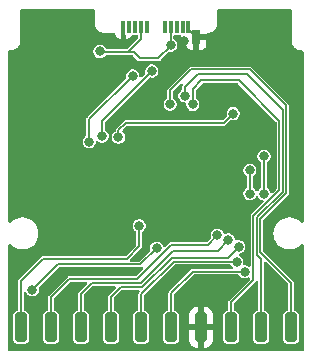
<source format=gbr>
%TF.GenerationSoftware,KiCad,Pcbnew,9.0.4*%
%TF.CreationDate,2025-09-09T09:39:30+02:00*%
%TF.ProjectId,rp2350_gpio_card,72703233-3530-45f6-9770-696f5f636172,X1*%
%TF.SameCoordinates,Original*%
%TF.FileFunction,Copper,L4,Bot*%
%TF.FilePolarity,Positive*%
%FSLAX46Y46*%
G04 Gerber Fmt 4.6, Leading zero omitted, Abs format (unit mm)*
G04 Created by KiCad (PCBNEW 9.0.4) date 2025-09-09 09:39:30*
%MOMM*%
%LPD*%
G01*
G04 APERTURE LIST*
G04 Aperture macros list*
%AMRoundRect*
0 Rectangle with rounded corners*
0 $1 Rounding radius*
0 $2 $3 $4 $5 $6 $7 $8 $9 X,Y pos of 4 corners*
0 Add a 4 corners polygon primitive as box body*
4,1,4,$2,$3,$4,$5,$6,$7,$8,$9,$2,$3,0*
0 Add four circle primitives for the rounded corners*
1,1,$1+$1,$2,$3*
1,1,$1+$1,$4,$5*
1,1,$1+$1,$6,$7*
1,1,$1+$1,$8,$9*
0 Add four rect primitives between the rounded corners*
20,1,$1+$1,$2,$3,$4,$5,0*
20,1,$1+$1,$4,$5,$6,$7,0*
20,1,$1+$1,$6,$7,$8,$9,0*
20,1,$1+$1,$8,$9,$2,$3,0*%
G04 Aperture macros list end*
%TA.AperFunction,SMDPad,CuDef*%
%ADD10R,0.380000X1.000000*%
%TD*%
%TA.AperFunction,SMDPad,CuDef*%
%ADD11R,0.700000X1.150000*%
%TD*%
%TA.AperFunction,ComponentPad*%
%ADD12C,0.600000*%
%TD*%
%TA.AperFunction,SMDPad,CuDef*%
%ADD13RoundRect,0.250000X-0.250000X1.000000X-0.250000X-1.000000X0.250000X-1.000000X0.250000X1.000000X0*%
%TD*%
%TA.AperFunction,ViaPad*%
%ADD14C,0.800000*%
%TD*%
%TA.AperFunction,ViaPad*%
%ADD15C,0.600000*%
%TD*%
%TA.AperFunction,Conductor*%
%ADD16C,0.152400*%
%TD*%
%TA.AperFunction,Conductor*%
%ADD17C,0.200000*%
%TD*%
G04 APERTURE END LIST*
D10*
%TO.P,P1,B1,GND*%
%TO.N,GND*%
X106305183Y-54186434D03*
%TO.P,P1,B2*%
%TO.N,N/C*%
X105805183Y-54186434D03*
%TO.P,P1,B3*%
X105305183Y-54186434D03*
%TO.P,P1,B4,VBUS*%
%TO.N,VBUS*%
X104805183Y-54186434D03*
%TO.P,P1,B5,VCONN*%
%TO.N,unconnected-(P1-VCONN-PadB5)*%
X104305183Y-54186434D03*
%TO.P,P1,B8*%
%TO.N,N/C*%
X102805183Y-54186434D03*
%TO.P,P1,B9,VBUS*%
%TO.N,VBUS*%
X102305183Y-54186434D03*
%TO.P,P1,B10*%
%TO.N,N/C*%
X101805183Y-54186434D03*
%TO.P,P1,B11*%
X101305183Y-54186434D03*
%TO.P,P1,B12,GND*%
%TO.N,GND*%
X100805183Y-54186434D03*
D11*
%TO.P,P1,S1,SHIELD*%
X106975183Y-55026434D03*
%TD*%
D12*
%TO.P,U1,61,GND*%
%TO.N,GND*%
X105380183Y-68171434D03*
X106755183Y-68171434D03*
X108130183Y-68171434D03*
X105380183Y-66796434D03*
X106755183Y-66796434D03*
X108130183Y-66796434D03*
X105380183Y-65421434D03*
X106755183Y-65421434D03*
X108130183Y-65421434D03*
%TD*%
D13*
%TO.P,J1,1,Pin_1*%
%TO.N,/QSPI_SS*%
X92125183Y-79600000D03*
%TO.P,J1,2,Pin_2*%
%TO.N,/GPIO9*%
X94665183Y-79600000D03*
%TO.P,J1,3,Pin_3*%
%TO.N,/GPIO10*%
X97205183Y-79600000D03*
%TO.P,J1,4,Pin_4*%
%TO.N,/GPIO11*%
X99745183Y-79600000D03*
%TO.P,J1,5,Pin_5*%
%TO.N,/GPIO12*%
X102285183Y-79600000D03*
%TO.P,J1,6,Pin_6*%
%TO.N,/GPIO13*%
X104825183Y-79600000D03*
%TO.P,J1,7,Pin_7*%
%TO.N,GND*%
X107365183Y-79600000D03*
%TO.P,J1,8,Pin_8*%
%TO.N,/GPIO27_ADC1*%
X109905183Y-79600000D03*
%TO.P,J1,9,Pin_9*%
%TO.N,/GPIO28_ADC2*%
X112445183Y-79600000D03*
%TO.P,J1,10,Pin_10*%
%TO.N,/GPIO29_ADC3*%
X114985183Y-79600000D03*
%TD*%
D14*
%TO.N,+1V1*%
X110100000Y-61500000D03*
X100382403Y-63516978D03*
%TO.N,VBUS*%
X104800000Y-55700000D03*
X98800000Y-56246434D03*
%TO.N,+3.3V*%
X112700000Y-68272634D03*
X112700000Y-65100000D03*
%TO.N,/GPIO27_ADC1*%
X106685028Y-60729793D03*
%TO.N,/GPIO29_ADC3*%
X104755183Y-60700000D03*
%TO.N,/GPIO11*%
X110555183Y-72771434D03*
%TO.N,/QSPI_SS*%
X102130183Y-70996434D03*
%TO.N,/RUN*%
X111500000Y-66300000D03*
X111500000Y-68272634D03*
%TO.N,/GPIO10*%
X109680183Y-72196434D03*
%TO.N,/GPIO9*%
X108755502Y-71815683D03*
%TO.N,/GPIO28_ADC2*%
X106005183Y-59996434D03*
%TO.N,/GPIO0*%
X103601588Y-72897192D03*
X93100000Y-76400000D03*
%TO.N,/USB_D+*%
X101600000Y-58300000D03*
X97900000Y-63900000D03*
%TO.N,/USB_D-*%
X103200000Y-57900000D03*
X99000000Y-63400000D03*
%TO.N,/GPIO13*%
X111055183Y-74896434D03*
%TO.N,/GPIO12*%
X110405183Y-74046434D03*
%TO.N,GND*%
X97900000Y-55050000D03*
X105400000Y-57700000D03*
X113180183Y-57596434D03*
X98005183Y-69996434D03*
X103000000Y-60800000D03*
X113800000Y-76100000D03*
X93920000Y-63620000D03*
D15*
X115300000Y-67200000D03*
D14*
X105900000Y-55400000D03*
X92200000Y-68400000D03*
X97630183Y-57546434D03*
X100835997Y-61643989D03*
%TD*%
D16*
%TO.N,+1V1*%
X101000000Y-62300000D02*
X100382403Y-62917597D01*
X110100000Y-61500000D02*
X109300000Y-62300000D01*
X100382403Y-62917597D02*
X100382403Y-63516978D01*
X100382403Y-63516978D02*
X100316978Y-63516978D01*
X109300000Y-62300000D02*
X101000000Y-62300000D01*
D17*
%TO.N,VBUS*%
X102200000Y-56800000D02*
X101700000Y-56300000D01*
X102300000Y-55189634D02*
X102305183Y-55194817D01*
X103742294Y-56800000D02*
X102200000Y-56800000D01*
D16*
X104805183Y-54186434D02*
X104805183Y-55694817D01*
X102305183Y-54186434D02*
X102305183Y-54994817D01*
X104800000Y-55700000D02*
X104800000Y-55742294D01*
X104805183Y-55694817D02*
X104800000Y-55700000D01*
D17*
X98853566Y-56300000D02*
X98800000Y-56246434D01*
D16*
X102305183Y-54994817D02*
X102300000Y-55000000D01*
D17*
X101700000Y-56300000D02*
X98853566Y-56300000D01*
X102305183Y-55194817D02*
X101200000Y-56300000D01*
X102300000Y-55000000D02*
X102300000Y-55189634D01*
X104800000Y-55742294D02*
X103742294Y-56800000D01*
D16*
%TO.N,+3.3V*%
X112700000Y-68272634D02*
X112700000Y-65100000D01*
%TO.N,/GPIO27_ADC1*%
X106682383Y-60726940D02*
X106685028Y-60729585D01*
X106685028Y-60729585D02*
X106685028Y-60729793D01*
X107405183Y-58696434D02*
X106682383Y-59419234D01*
X109905183Y-77471434D02*
X111800000Y-75576617D01*
X111800000Y-75576617D02*
X111800000Y-70200000D01*
X109905183Y-80196434D02*
X109905183Y-77471434D01*
X113994383Y-62135634D02*
X110555183Y-58696434D01*
X113994383Y-68005617D02*
X113994383Y-62135634D01*
X111800000Y-70200000D02*
X113994383Y-68005617D01*
X110555183Y-58696434D02*
X107405183Y-58696434D01*
X106682383Y-59419234D02*
X106682383Y-60726940D01*
%TO.N,/GPIO29_ADC3*%
X111505183Y-57746434D02*
X114555183Y-60796434D01*
X112400000Y-70411288D02*
X112400000Y-73241251D01*
X104755183Y-59546434D02*
X106555183Y-57746434D01*
X112400000Y-73241251D02*
X114985183Y-75826434D01*
X106555183Y-57746434D02*
X111505183Y-57746434D01*
X114985183Y-75826434D02*
X114985183Y-80196434D01*
X114555183Y-60796434D02*
X114555183Y-68256105D01*
X104755183Y-60700000D02*
X104755183Y-59546434D01*
X114555183Y-68256105D02*
X112400000Y-70411288D01*
%TO.N,/GPIO11*%
X104906966Y-73693034D02*
X102403566Y-76196434D01*
X99745183Y-77006434D02*
X99745183Y-80196434D01*
X102403566Y-76196434D02*
X100555183Y-76196434D01*
X100555183Y-76196434D02*
X99745183Y-77006434D01*
X109633583Y-73693034D02*
X104906966Y-73693034D01*
X110555183Y-72771434D02*
X109633583Y-73693034D01*
%TO.N,/QSPI_SS*%
X93993911Y-73800000D02*
X92125183Y-75668728D01*
X101076617Y-73800000D02*
X93993911Y-73800000D01*
X92125183Y-75668728D02*
X92125183Y-80196434D01*
X102130183Y-72746434D02*
X101076617Y-73800000D01*
X102130183Y-70996434D02*
X102130183Y-72746434D01*
%TO.N,/RUN*%
X111500000Y-66300000D02*
X111500000Y-68272634D01*
%TO.N,/GPIO10*%
X97205183Y-76746434D02*
X97205183Y-80196434D01*
X109680183Y-72196434D02*
X109680183Y-72205729D01*
X109680183Y-72205729D02*
X108789478Y-73096434D01*
X108789478Y-73096434D02*
X105028720Y-73096434D01*
X105028720Y-73096434D02*
X102282120Y-75843034D01*
X98108583Y-75843034D02*
X97205183Y-76746434D01*
X102282120Y-75843034D02*
X98108583Y-75843034D01*
%TO.N,/GPIO9*%
X101955289Y-75500000D02*
X96201617Y-75500000D01*
X94665183Y-77036434D02*
X94665183Y-80196434D01*
X104855289Y-72600000D02*
X101955289Y-75500000D01*
X108755502Y-71815683D02*
X107971185Y-72600000D01*
X107971185Y-72600000D02*
X104855289Y-72600000D01*
X96201617Y-75500000D02*
X94665183Y-77036434D01*
%TO.N,/GPIO28_ADC2*%
X107150113Y-58146434D02*
X111255183Y-58146434D01*
X112119600Y-73510851D02*
X112445183Y-73836434D01*
X111255183Y-58146434D02*
X114274783Y-61166034D01*
X106005183Y-59291364D02*
X107150113Y-58146434D01*
X112445183Y-73836434D02*
X112445183Y-80196434D01*
X112119600Y-70295143D02*
X112119600Y-73510851D01*
X114274783Y-68139959D02*
X112119600Y-70295143D01*
X114274783Y-61166034D02*
X114274783Y-68139959D01*
X106005183Y-59996434D02*
X106005183Y-59291364D01*
%TO.N,/GPIO0*%
X103601588Y-72897192D02*
X102221946Y-74276834D01*
X102221946Y-74276834D02*
X95223166Y-74276834D01*
X95223166Y-74276834D02*
X93100000Y-76400000D01*
D17*
%TO.N,/USB_D+*%
X101600000Y-58300000D02*
X97900000Y-62000000D01*
X97900000Y-62000000D02*
X97900000Y-63900000D01*
%TO.N,/USB_D-*%
X101000420Y-60099580D02*
X99000000Y-62100000D01*
X101008749Y-60099580D02*
X101000420Y-60099580D01*
X99000000Y-62100000D02*
X99000000Y-63400000D01*
X103200000Y-57900000D02*
X103200000Y-57908329D01*
X103200000Y-57908329D02*
X101008749Y-60099580D01*
D16*
%TO.N,/GPIO13*%
X104825183Y-76726434D02*
X104825183Y-80196434D01*
X106655183Y-74896434D02*
X104825183Y-76726434D01*
X111055183Y-74896434D02*
X106655183Y-74896434D01*
%TO.N,/GPIO12*%
X102285183Y-80196434D02*
X102285183Y-76816434D01*
X102285183Y-76816434D02*
X105055183Y-74046434D01*
X110405183Y-74046434D02*
X105055183Y-74046434D01*
%TO.N,GND*%
X106305183Y-54356434D02*
X106975183Y-55026434D01*
X106305183Y-54186434D02*
X106305183Y-54356434D01*
%TD*%
%TA.AperFunction,Conductor*%
%TO.N,GND*%
G36*
X98297722Y-52666619D02*
G01*
X98343477Y-52719423D01*
X98354683Y-52770934D01*
X98354683Y-53772451D01*
X98354674Y-53772589D01*
X98354676Y-53795111D01*
X98354660Y-53795165D01*
X98354675Y-53925328D01*
X98354675Y-53925329D01*
X98385450Y-54079969D01*
X98385450Y-54079971D01*
X98445796Y-54225632D01*
X98445797Y-54225634D01*
X98445799Y-54225638D01*
X98533405Y-54356735D01*
X98533407Y-54356737D01*
X98533408Y-54356738D01*
X98533410Y-54356741D01*
X98629169Y-54452493D01*
X98644901Y-54468224D01*
X98776003Y-54555822D01*
X98921674Y-54616164D01*
X99076317Y-54646930D01*
X99080000Y-54646930D01*
X99089279Y-54646930D01*
X99089291Y-54646934D01*
X99155154Y-54646934D01*
X99155157Y-54646934D01*
X99221047Y-54646938D01*
X99221051Y-54646936D01*
X99229099Y-54646937D01*
X99229162Y-54646934D01*
X99994411Y-54646934D01*
X100061450Y-54666619D01*
X100107205Y-54719423D01*
X100117700Y-54757678D01*
X100121584Y-54793806D01*
X100121586Y-54793813D01*
X100171828Y-54928520D01*
X100171832Y-54928527D01*
X100257992Y-55043621D01*
X100257995Y-55043624D01*
X100373089Y-55129784D01*
X100373096Y-55129788D01*
X100507803Y-55180030D01*
X100507810Y-55180032D01*
X100567338Y-55186433D01*
X100567355Y-55186434D01*
X100615183Y-55186434D01*
X100615183Y-54601472D01*
X100615732Y-54599600D01*
X100615240Y-54597714D01*
X100625536Y-54566211D01*
X100634868Y-54534433D01*
X100636532Y-54532569D01*
X100636947Y-54531302D01*
X100643044Y-54525280D01*
X100660858Y-54505341D01*
X100665411Y-54501630D01*
X100715427Y-54468217D01*
X100755076Y-54428574D01*
X100759958Y-54424597D01*
X100786579Y-54413401D01*
X100811933Y-54399560D01*
X100818394Y-54400022D01*
X100824364Y-54397512D01*
X100852811Y-54402486D01*
X100881624Y-54404549D01*
X100886809Y-54408431D01*
X100893190Y-54409547D01*
X100914433Y-54429113D01*
X100937555Y-54446424D01*
X100939818Y-54452493D01*
X100944582Y-54456881D01*
X100951874Y-54484823D01*
X100961968Y-54511890D01*
X100962283Y-54520727D01*
X100962283Y-54701488D01*
X100971155Y-54746091D01*
X100971155Y-54746093D01*
X100974283Y-54750773D01*
X100995163Y-54817449D01*
X100995183Y-54819666D01*
X100995183Y-55186434D01*
X101043011Y-55186434D01*
X101043027Y-55186433D01*
X101102555Y-55180032D01*
X101102562Y-55180030D01*
X101237269Y-55129788D01*
X101237276Y-55129784D01*
X101352370Y-55043624D01*
X101352373Y-55043621D01*
X101438533Y-54928527D01*
X101443785Y-54914446D01*
X101485655Y-54858511D01*
X101551118Y-54834091D01*
X101584164Y-54836158D01*
X101600126Y-54839334D01*
X101923100Y-54839333D01*
X101931786Y-54841883D01*
X101940747Y-54840595D01*
X101964783Y-54851572D01*
X101990139Y-54859017D01*
X101996067Y-54865859D01*
X102004303Y-54869620D01*
X102018589Y-54891851D01*
X102035894Y-54911821D01*
X102038181Y-54922336D01*
X102042077Y-54928398D01*
X102047100Y-54963333D01*
X102047100Y-55043884D01*
X102027415Y-55110923D01*
X102010781Y-55131565D01*
X101131565Y-56010781D01*
X101070242Y-56044266D01*
X101043884Y-56047100D01*
X99394940Y-56047100D01*
X99327901Y-56027415D01*
X99287553Y-55985100D01*
X99242432Y-55906948D01*
X99242428Y-55906943D01*
X99139490Y-55804005D01*
X99139485Y-55804001D01*
X99013413Y-55731214D01*
X99013412Y-55731213D01*
X99013411Y-55731213D01*
X98872791Y-55693534D01*
X98727209Y-55693534D01*
X98586589Y-55731213D01*
X98586587Y-55731214D01*
X98586586Y-55731214D01*
X98460514Y-55804001D01*
X98460509Y-55804005D01*
X98357571Y-55906943D01*
X98357567Y-55906948D01*
X98284780Y-56033020D01*
X98284780Y-56033021D01*
X98284779Y-56033023D01*
X98247100Y-56173643D01*
X98247100Y-56319225D01*
X98284779Y-56459845D01*
X98284780Y-56459846D01*
X98284780Y-56459847D01*
X98357567Y-56585919D01*
X98357569Y-56585922D01*
X98357570Y-56585923D01*
X98460511Y-56688864D01*
X98586589Y-56761655D01*
X98727209Y-56799334D01*
X98727211Y-56799334D01*
X98872788Y-56799334D01*
X98872791Y-56799334D01*
X99013411Y-56761655D01*
X99139489Y-56688864D01*
X99239134Y-56589219D01*
X99300457Y-56555734D01*
X99326815Y-56552900D01*
X101149693Y-56552900D01*
X101149695Y-56552901D01*
X101250305Y-56552901D01*
X101250307Y-56552900D01*
X101543884Y-56552900D01*
X101610923Y-56572585D01*
X101631565Y-56589219D01*
X101978527Y-56936181D01*
X101978540Y-56936196D01*
X101985601Y-56943257D01*
X102056743Y-57014399D01*
X102111193Y-57036952D01*
X102149695Y-57052901D01*
X102250305Y-57052901D01*
X102250307Y-57052900D01*
X103677547Y-57052900D01*
X103677555Y-57052901D01*
X103691989Y-57052901D01*
X103792599Y-57052901D01*
X103819823Y-57041623D01*
X103831101Y-57036952D01*
X103831103Y-57036950D01*
X103885551Y-57014399D01*
X103956693Y-56943257D01*
X103956693Y-56943254D01*
X103968608Y-56931340D01*
X103968611Y-56931335D01*
X104613366Y-56286580D01*
X104674687Y-56253097D01*
X104718847Y-56254154D01*
X104719152Y-56251839D01*
X104727208Y-56252899D01*
X104727209Y-56252900D01*
X104727210Y-56252900D01*
X104872788Y-56252900D01*
X104872791Y-56252900D01*
X105013411Y-56215221D01*
X105139489Y-56142430D01*
X105242430Y-56039489D01*
X105315221Y-55913411D01*
X105352900Y-55772791D01*
X105352900Y-55627209D01*
X105315221Y-55486589D01*
X105242430Y-55360511D01*
X105139489Y-55257570D01*
X105103896Y-55237020D01*
X105096281Y-55232623D01*
X105087998Y-55223936D01*
X105077080Y-55218950D01*
X105064333Y-55199115D01*
X105048067Y-55182055D01*
X105044851Y-55168801D01*
X105039306Y-55160172D01*
X105034283Y-55125237D01*
X105034283Y-54963333D01*
X105053968Y-54896294D01*
X105106772Y-54850539D01*
X105158279Y-54839333D01*
X105510239Y-54839333D01*
X105526205Y-54836157D01*
X105595794Y-54842383D01*
X105650972Y-54885245D01*
X105666577Y-54914439D01*
X105671831Y-54928525D01*
X105671831Y-54928526D01*
X105757992Y-55043621D01*
X105757995Y-55043624D01*
X105873089Y-55129784D01*
X105873096Y-55129788D01*
X106007803Y-55180030D01*
X106007802Y-55180030D01*
X106014438Y-55180744D01*
X106078989Y-55207482D01*
X106118837Y-55264875D01*
X106125183Y-55304034D01*
X106125183Y-55649278D01*
X106131584Y-55708806D01*
X106131586Y-55708813D01*
X106181828Y-55843520D01*
X106181832Y-55843527D01*
X106267992Y-55958621D01*
X106267995Y-55958624D01*
X106383089Y-56044784D01*
X106383096Y-56044788D01*
X106517803Y-56095030D01*
X106517810Y-56095032D01*
X106577338Y-56101433D01*
X106577355Y-56101434D01*
X106725183Y-56101434D01*
X107225183Y-56101434D01*
X107373011Y-56101434D01*
X107373027Y-56101433D01*
X107432555Y-56095032D01*
X107432562Y-56095030D01*
X107567269Y-56044788D01*
X107567276Y-56044784D01*
X107682370Y-55958624D01*
X107682373Y-55958621D01*
X107768533Y-55843527D01*
X107768537Y-55843520D01*
X107818779Y-55708813D01*
X107818781Y-55708806D01*
X107825182Y-55649278D01*
X107825183Y-55649261D01*
X107825183Y-55276434D01*
X107225183Y-55276434D01*
X107225183Y-56101434D01*
X106725183Y-56101434D01*
X106725183Y-55150434D01*
X106744868Y-55083395D01*
X106797672Y-55037640D01*
X106849183Y-55026434D01*
X106975183Y-55026434D01*
X106975183Y-54900434D01*
X106994868Y-54833395D01*
X107047672Y-54787640D01*
X107099183Y-54776434D01*
X107825183Y-54776434D01*
X107825183Y-54770934D01*
X107827723Y-54762282D01*
X107826435Y-54753359D01*
X107837413Y-54729282D01*
X107844868Y-54703895D01*
X107851681Y-54697990D01*
X107855423Y-54689786D01*
X107877677Y-54675465D01*
X107897672Y-54658140D01*
X107908148Y-54655857D01*
X107914179Y-54651977D01*
X107948970Y-54646964D01*
X107949111Y-54646934D01*
X107955155Y-54646934D01*
X108021075Y-54646934D01*
X108021231Y-54646891D01*
X108028561Y-54646887D01*
X108029545Y-54646887D01*
X108029558Y-54646891D01*
X108029615Y-54646887D01*
X108033992Y-54646888D01*
X108188640Y-54616136D01*
X108334318Y-54555807D01*
X108465427Y-54468217D01*
X108576930Y-54356733D01*
X108664542Y-54225639D01*
X108712264Y-54110461D01*
X108724896Y-54079974D01*
X108724896Y-54079973D01*
X108724897Y-54079971D01*
X108755674Y-53925329D01*
X108755675Y-53912354D01*
X108755683Y-53912326D01*
X108755683Y-53846377D01*
X108755691Y-53780599D01*
X108755690Y-53780595D01*
X108755691Y-53772589D01*
X108755683Y-53772451D01*
X108755683Y-52770934D01*
X108775368Y-52703895D01*
X108828172Y-52658140D01*
X108879683Y-52646934D01*
X114930683Y-52646934D01*
X114997722Y-52666619D01*
X115043477Y-52719423D01*
X115054683Y-52770934D01*
X115054683Y-55272489D01*
X115054680Y-55280578D01*
X115054675Y-55280599D01*
X115054676Y-55293375D01*
X115054676Y-55295160D01*
X115054660Y-55295214D01*
X115054675Y-55425328D01*
X115054675Y-55425329D01*
X115085450Y-55579969D01*
X115085450Y-55579971D01*
X115145796Y-55725632D01*
X115145797Y-55725634D01*
X115145799Y-55725638D01*
X115233405Y-55856735D01*
X115233407Y-55856737D01*
X115233408Y-55856738D01*
X115233410Y-55856741D01*
X115330022Y-55953346D01*
X115344901Y-55968224D01*
X115476003Y-56055822D01*
X115621674Y-56116164D01*
X115776317Y-56146930D01*
X115780000Y-56146930D01*
X115789279Y-56146930D01*
X115789291Y-56146934D01*
X115855154Y-56146934D01*
X115855157Y-56146934D01*
X115921047Y-56146938D01*
X115921051Y-56146936D01*
X115929099Y-56146937D01*
X115929162Y-56146934D01*
X115930683Y-56146934D01*
X115997722Y-56166619D01*
X116043477Y-56219423D01*
X116054683Y-56270934D01*
X116054683Y-70636676D01*
X116034998Y-70703715D01*
X115982194Y-70749470D01*
X115913036Y-70759414D01*
X115849480Y-70730389D01*
X115843002Y-70724357D01*
X115734969Y-70616324D01*
X115563003Y-70491385D01*
X115373597Y-70394878D01*
X115373596Y-70394877D01*
X115373595Y-70394877D01*
X115171426Y-70329188D01*
X115171424Y-70329187D01*
X115171423Y-70329187D01*
X115010140Y-70303642D01*
X114961470Y-70295934D01*
X114748896Y-70295934D01*
X114700225Y-70303642D01*
X114538943Y-70329187D01*
X114336768Y-70394878D01*
X114147362Y-70491385D01*
X113975396Y-70616324D01*
X113825073Y-70766647D01*
X113700134Y-70938613D01*
X113603627Y-71128019D01*
X113537936Y-71330194D01*
X113509909Y-71507149D01*
X113504683Y-71540147D01*
X113504683Y-71752721D01*
X113510001Y-71786296D01*
X113534732Y-71942445D01*
X113537937Y-71962677D01*
X113590268Y-72123736D01*
X113603627Y-72164848D01*
X113700134Y-72354254D01*
X113825073Y-72526220D01*
X113975396Y-72676543D01*
X114147362Y-72801482D01*
X114147364Y-72801483D01*
X114147367Y-72801485D01*
X114336771Y-72897991D01*
X114538940Y-72963680D01*
X114748896Y-72996934D01*
X114748897Y-72996934D01*
X114961469Y-72996934D01*
X114961470Y-72996934D01*
X115171426Y-72963680D01*
X115373595Y-72897991D01*
X115562999Y-72801485D01*
X115593454Y-72779358D01*
X115734969Y-72676543D01*
X115734971Y-72676540D01*
X115734975Y-72676538D01*
X115843002Y-72568511D01*
X115904325Y-72535026D01*
X115974017Y-72540010D01*
X116029950Y-72581882D01*
X116054367Y-72647346D01*
X116054683Y-72656192D01*
X116054683Y-81521934D01*
X116034998Y-81588973D01*
X115982194Y-81634728D01*
X115930683Y-81645934D01*
X91179683Y-81645934D01*
X91112644Y-81626249D01*
X91066889Y-81573445D01*
X91055683Y-81521934D01*
X91055683Y-78568286D01*
X91472283Y-78568286D01*
X91472283Y-80631713D01*
X91487224Y-80726050D01*
X91487225Y-80726053D01*
X91487226Y-80726055D01*
X91500801Y-80752697D01*
X91545168Y-80839772D01*
X91545171Y-80839776D01*
X91635406Y-80930011D01*
X91635410Y-80930014D01*
X91635412Y-80930016D01*
X91749128Y-80987957D01*
X91749130Y-80987957D01*
X91749132Y-80987958D01*
X91843470Y-81002900D01*
X91843475Y-81002900D01*
X92406896Y-81002900D01*
X92501233Y-80987958D01*
X92501233Y-80987957D01*
X92501238Y-80987957D01*
X92614954Y-80930016D01*
X92705199Y-80839771D01*
X92763140Y-80726055D01*
X92763141Y-80726050D01*
X92778083Y-80631713D01*
X92778083Y-78568286D01*
X92763141Y-78473949D01*
X92763140Y-78473947D01*
X92763140Y-78473945D01*
X92705199Y-78360229D01*
X92705197Y-78360227D01*
X92705194Y-78360223D01*
X92614959Y-78269988D01*
X92614955Y-78269985D01*
X92614954Y-78269984D01*
X92501238Y-78212043D01*
X92501237Y-78212042D01*
X92501234Y-78212041D01*
X92458884Y-78205334D01*
X92395750Y-78175404D01*
X92358819Y-78116093D01*
X92354283Y-78082861D01*
X92354283Y-76676954D01*
X92373968Y-76609915D01*
X92426772Y-76564160D01*
X92495930Y-76554216D01*
X92559486Y-76583241D01*
X92585669Y-76614953D01*
X92586654Y-76616658D01*
X92657567Y-76739485D01*
X92657570Y-76739489D01*
X92760511Y-76842430D01*
X92760512Y-76842431D01*
X92760514Y-76842432D01*
X92819799Y-76876660D01*
X92886589Y-76915221D01*
X93027209Y-76952900D01*
X93027211Y-76952900D01*
X93172788Y-76952900D01*
X93172791Y-76952900D01*
X93313411Y-76915221D01*
X93439489Y-76842430D01*
X93542430Y-76739489D01*
X93615221Y-76613411D01*
X93652900Y-76472791D01*
X93652900Y-76327209D01*
X93638438Y-76273236D01*
X93640101Y-76203387D01*
X93670530Y-76153465D01*
X95281744Y-74542253D01*
X95343067Y-74508768D01*
X95369425Y-74505934D01*
X102267515Y-74505934D01*
X102267516Y-74505934D01*
X102267517Y-74505934D01*
X102292179Y-74495718D01*
X102302464Y-74491457D01*
X102337151Y-74487731D01*
X102371917Y-74483992D01*
X102371924Y-74483995D01*
X102371931Y-74483995D01*
X102399741Y-74497918D01*
X102434398Y-74515264D01*
X102434402Y-74515271D01*
X102434408Y-74515274D01*
X102449871Y-74541341D01*
X102470053Y-74575352D01*
X102470052Y-74575360D01*
X102470056Y-74575366D01*
X102468807Y-74610273D01*
X102467562Y-74645177D01*
X102467558Y-74645183D01*
X102467558Y-74645191D01*
X102467515Y-74645251D01*
X102437587Y-74693704D01*
X101896711Y-75234581D01*
X101835388Y-75268066D01*
X101809030Y-75270900D01*
X96156045Y-75270900D01*
X96138607Y-75278123D01*
X96121168Y-75285347D01*
X96071842Y-75305778D01*
X96071841Y-75305779D01*
X94470963Y-76906656D01*
X94470960Y-76906661D01*
X94451809Y-76952898D01*
X94451808Y-76952901D01*
X94436083Y-76990862D01*
X94436083Y-78082861D01*
X94416398Y-78149900D01*
X94363594Y-78195655D01*
X94331482Y-78205334D01*
X94289131Y-78212041D01*
X94175410Y-78269985D01*
X94175406Y-78269988D01*
X94085171Y-78360223D01*
X94085168Y-78360227D01*
X94027224Y-78473949D01*
X94012283Y-78568286D01*
X94012283Y-80631713D01*
X94027224Y-80726050D01*
X94027225Y-80726053D01*
X94027226Y-80726055D01*
X94040801Y-80752697D01*
X94085168Y-80839772D01*
X94085171Y-80839776D01*
X94175406Y-80930011D01*
X94175410Y-80930014D01*
X94175412Y-80930016D01*
X94289128Y-80987957D01*
X94289130Y-80987957D01*
X94289132Y-80987958D01*
X94383470Y-81002900D01*
X94383475Y-81002900D01*
X94946896Y-81002900D01*
X95041233Y-80987958D01*
X95041233Y-80987957D01*
X95041238Y-80987957D01*
X95154954Y-80930016D01*
X95245199Y-80839771D01*
X95303140Y-80726055D01*
X95303141Y-80726050D01*
X95318083Y-80631713D01*
X95318083Y-78568286D01*
X95303141Y-78473949D01*
X95303140Y-78473947D01*
X95303140Y-78473945D01*
X95245199Y-78360229D01*
X95245197Y-78360227D01*
X95245194Y-78360223D01*
X95154959Y-78269988D01*
X95154955Y-78269985D01*
X95154954Y-78269984D01*
X95041238Y-78212043D01*
X95041237Y-78212042D01*
X95041234Y-78212041D01*
X94998884Y-78205334D01*
X94935750Y-78175404D01*
X94898819Y-78116093D01*
X94894283Y-78082861D01*
X94894283Y-77182692D01*
X94913968Y-77115653D01*
X94930602Y-77095011D01*
X96260194Y-75765419D01*
X96321517Y-75731934D01*
X96347875Y-75729100D01*
X97599159Y-75729100D01*
X97666198Y-75748785D01*
X97711953Y-75801589D01*
X97721897Y-75870747D01*
X97692872Y-75934303D01*
X97686840Y-75940781D01*
X97010962Y-76616656D01*
X97010961Y-76616658D01*
X96986296Y-76676203D01*
X96976083Y-76700862D01*
X96976083Y-78082861D01*
X96956398Y-78149900D01*
X96903594Y-78195655D01*
X96871482Y-78205334D01*
X96829131Y-78212041D01*
X96715410Y-78269985D01*
X96715406Y-78269988D01*
X96625171Y-78360223D01*
X96625168Y-78360227D01*
X96567224Y-78473949D01*
X96552283Y-78568286D01*
X96552283Y-80631713D01*
X96567224Y-80726050D01*
X96567225Y-80726053D01*
X96567226Y-80726055D01*
X96580801Y-80752697D01*
X96625168Y-80839772D01*
X96625171Y-80839776D01*
X96715406Y-80930011D01*
X96715410Y-80930014D01*
X96715412Y-80930016D01*
X96829128Y-80987957D01*
X96829130Y-80987957D01*
X96829132Y-80987958D01*
X96923470Y-81002900D01*
X96923475Y-81002900D01*
X97486896Y-81002900D01*
X97581233Y-80987958D01*
X97581233Y-80987957D01*
X97581238Y-80987957D01*
X97694954Y-80930016D01*
X97785199Y-80839771D01*
X97843140Y-80726055D01*
X97843141Y-80726050D01*
X97858083Y-80631713D01*
X97858083Y-78568286D01*
X97843141Y-78473949D01*
X97843140Y-78473947D01*
X97843140Y-78473945D01*
X97785199Y-78360229D01*
X97785197Y-78360227D01*
X97785194Y-78360223D01*
X97694959Y-78269988D01*
X97694955Y-78269985D01*
X97694954Y-78269984D01*
X97581238Y-78212043D01*
X97581237Y-78212042D01*
X97581234Y-78212041D01*
X97538884Y-78205334D01*
X97475750Y-78175404D01*
X97438819Y-78116093D01*
X97434283Y-78082861D01*
X97434283Y-76892692D01*
X97453968Y-76825653D01*
X97470602Y-76805011D01*
X98167160Y-76108453D01*
X98228483Y-76074968D01*
X98254841Y-76072134D01*
X100056124Y-76072134D01*
X100123163Y-76091819D01*
X100168918Y-76144623D01*
X100178862Y-76213781D01*
X100149837Y-76277337D01*
X100143805Y-76283815D01*
X99550962Y-76876657D01*
X99550960Y-76876660D01*
X99526296Y-76936203D01*
X99516083Y-76960862D01*
X99516083Y-78082861D01*
X99496398Y-78149900D01*
X99443594Y-78195655D01*
X99411482Y-78205334D01*
X99369131Y-78212041D01*
X99255410Y-78269985D01*
X99255406Y-78269988D01*
X99165171Y-78360223D01*
X99165168Y-78360227D01*
X99107224Y-78473949D01*
X99092283Y-78568286D01*
X99092283Y-80631713D01*
X99107224Y-80726050D01*
X99107225Y-80726053D01*
X99107226Y-80726055D01*
X99120801Y-80752697D01*
X99165168Y-80839772D01*
X99165171Y-80839776D01*
X99255406Y-80930011D01*
X99255410Y-80930014D01*
X99255412Y-80930016D01*
X99369128Y-80987957D01*
X99369130Y-80987957D01*
X99369132Y-80987958D01*
X99463470Y-81002900D01*
X99463475Y-81002900D01*
X100026896Y-81002900D01*
X100121233Y-80987958D01*
X100121233Y-80987957D01*
X100121238Y-80987957D01*
X100234954Y-80930016D01*
X100325199Y-80839771D01*
X100383140Y-80726055D01*
X100383141Y-80726050D01*
X100398083Y-80631713D01*
X100398083Y-78568286D01*
X100383141Y-78473949D01*
X100383140Y-78473947D01*
X100383140Y-78473945D01*
X100325199Y-78360229D01*
X100325197Y-78360227D01*
X100325194Y-78360223D01*
X100234959Y-78269988D01*
X100234955Y-78269985D01*
X100234954Y-78269984D01*
X100121238Y-78212043D01*
X100121237Y-78212042D01*
X100121234Y-78212041D01*
X100078884Y-78205334D01*
X100015750Y-78175404D01*
X99978819Y-78116093D01*
X99974283Y-78082861D01*
X99974283Y-77152693D01*
X99993968Y-77085654D01*
X100010602Y-77065012D01*
X100613761Y-76461853D01*
X100675084Y-76428368D01*
X100701442Y-76425534D01*
X102052724Y-76425534D01*
X102119763Y-76445219D01*
X102165518Y-76498023D01*
X102175462Y-76567181D01*
X102154826Y-76619898D01*
X102148405Y-76629214D01*
X102090961Y-76686659D01*
X102069079Y-76739489D01*
X102064062Y-76751599D01*
X102064060Y-76751603D01*
X102056083Y-76770862D01*
X102056083Y-78082861D01*
X102036398Y-78149900D01*
X101983594Y-78195655D01*
X101951482Y-78205334D01*
X101909131Y-78212041D01*
X101795410Y-78269985D01*
X101795406Y-78269988D01*
X101705171Y-78360223D01*
X101705168Y-78360227D01*
X101647224Y-78473949D01*
X101632283Y-78568286D01*
X101632283Y-80631713D01*
X101647224Y-80726050D01*
X101647225Y-80726053D01*
X101647226Y-80726055D01*
X101660801Y-80752697D01*
X101705168Y-80839772D01*
X101705171Y-80839776D01*
X101795406Y-80930011D01*
X101795410Y-80930014D01*
X101795412Y-80930016D01*
X101909128Y-80987957D01*
X101909130Y-80987957D01*
X101909132Y-80987958D01*
X102003470Y-81002900D01*
X102003475Y-81002900D01*
X102566896Y-81002900D01*
X102661233Y-80987958D01*
X102661233Y-80987957D01*
X102661238Y-80987957D01*
X102774954Y-80930016D01*
X102865199Y-80839771D01*
X102923140Y-80726055D01*
X102923141Y-80726050D01*
X102938083Y-80631713D01*
X102938083Y-78568286D01*
X102923141Y-78473949D01*
X102923140Y-78473947D01*
X102923140Y-78473945D01*
X102865199Y-78360229D01*
X102865197Y-78360227D01*
X102865194Y-78360223D01*
X102774959Y-78269988D01*
X102774955Y-78269985D01*
X102774954Y-78269984D01*
X102661238Y-78212043D01*
X102661237Y-78212042D01*
X102661234Y-78212041D01*
X102618884Y-78205334D01*
X102555750Y-78175404D01*
X102518819Y-78116093D01*
X102514283Y-78082861D01*
X102514283Y-76962692D01*
X102533968Y-76895653D01*
X102550602Y-76875011D01*
X105113760Y-74311853D01*
X105175083Y-74278368D01*
X105201441Y-74275534D01*
X109827429Y-74275534D01*
X109894468Y-74295219D01*
X109923492Y-74321125D01*
X109929813Y-74328869D01*
X109962753Y-74385923D01*
X110036912Y-74460082D01*
X110040865Y-74464925D01*
X110052104Y-74491586D01*
X110065968Y-74516976D01*
X110065509Y-74523386D01*
X110068006Y-74529308D01*
X110063047Y-74557809D01*
X110060984Y-74586668D01*
X110057132Y-74591813D01*
X110056031Y-74598144D01*
X110036447Y-74619443D01*
X110019112Y-74642601D01*
X110013092Y-74644846D01*
X110008742Y-74649578D01*
X109980751Y-74656908D01*
X109953648Y-74667018D01*
X109944802Y-74667334D01*
X106609611Y-74667334D01*
X106592173Y-74674557D01*
X106574734Y-74681781D01*
X106525408Y-74702212D01*
X106525407Y-74702213D01*
X104630963Y-76596656D01*
X104630961Y-76596658D01*
X104630961Y-76596659D01*
X104621336Y-76619898D01*
X104617525Y-76629098D01*
X104617524Y-76629101D01*
X104596083Y-76680862D01*
X104596083Y-78082861D01*
X104576398Y-78149900D01*
X104523594Y-78195655D01*
X104491482Y-78205334D01*
X104449131Y-78212041D01*
X104335410Y-78269985D01*
X104335406Y-78269988D01*
X104245171Y-78360223D01*
X104245168Y-78360227D01*
X104187224Y-78473949D01*
X104172283Y-78568286D01*
X104172283Y-80631713D01*
X104187224Y-80726050D01*
X104187225Y-80726053D01*
X104187226Y-80726055D01*
X104200801Y-80752697D01*
X104245168Y-80839772D01*
X104245171Y-80839776D01*
X104335406Y-80930011D01*
X104335410Y-80930014D01*
X104335412Y-80930016D01*
X104449128Y-80987957D01*
X104449130Y-80987957D01*
X104449132Y-80987958D01*
X104543470Y-81002900D01*
X104543475Y-81002900D01*
X105106896Y-81002900D01*
X105201233Y-80987958D01*
X105201233Y-80987957D01*
X105201238Y-80987957D01*
X105314954Y-80930016D01*
X105405199Y-80839771D01*
X105463140Y-80726055D01*
X105463141Y-80726050D01*
X105475189Y-80649986D01*
X106365184Y-80649986D01*
X106375677Y-80752697D01*
X106430824Y-80919119D01*
X106430826Y-80919124D01*
X106522867Y-81068345D01*
X106646837Y-81192315D01*
X106796058Y-81284356D01*
X106796063Y-81284358D01*
X106962485Y-81339505D01*
X106962492Y-81339506D01*
X107065202Y-81349999D01*
X107615183Y-81349999D01*
X107665155Y-81349999D01*
X107665169Y-81349998D01*
X107767880Y-81339505D01*
X107934302Y-81284358D01*
X107934307Y-81284356D01*
X108083528Y-81192315D01*
X108207498Y-81068345D01*
X108299539Y-80919124D01*
X108299541Y-80919119D01*
X108354688Y-80752697D01*
X108354689Y-80752690D01*
X108365182Y-80649986D01*
X108365183Y-80649973D01*
X108365183Y-79850000D01*
X107615183Y-79850000D01*
X107615183Y-81349999D01*
X107065202Y-81349999D01*
X107115182Y-81349998D01*
X107115183Y-81349998D01*
X107115183Y-79850000D01*
X106365184Y-79850000D01*
X106365184Y-80649986D01*
X105475189Y-80649986D01*
X105478083Y-80631713D01*
X105478083Y-78568287D01*
X105477763Y-78566268D01*
X105477763Y-78566266D01*
X105477762Y-78566262D01*
X105475188Y-78550013D01*
X106365183Y-78550013D01*
X106365183Y-79350000D01*
X107115183Y-79350000D01*
X107615183Y-79350000D01*
X108365182Y-79350000D01*
X108365182Y-78550028D01*
X108365181Y-78550013D01*
X108354688Y-78447302D01*
X108299541Y-78280880D01*
X108299539Y-78280875D01*
X108207498Y-78131654D01*
X108083528Y-78007684D01*
X107934307Y-77915643D01*
X107934302Y-77915641D01*
X107767880Y-77860494D01*
X107767873Y-77860493D01*
X107665169Y-77850000D01*
X107615183Y-77850000D01*
X107615183Y-79350000D01*
X107115183Y-79350000D01*
X107115183Y-77850000D01*
X107115182Y-77849999D01*
X107065212Y-77850000D01*
X107065194Y-77850001D01*
X106962485Y-77860494D01*
X106796063Y-77915641D01*
X106796058Y-77915643D01*
X106646837Y-78007684D01*
X106522867Y-78131654D01*
X106430826Y-78280875D01*
X106430824Y-78280880D01*
X106375677Y-78447302D01*
X106375676Y-78447309D01*
X106365183Y-78550013D01*
X105475188Y-78550013D01*
X105463141Y-78473949D01*
X105463140Y-78473947D01*
X105463140Y-78473945D01*
X105405199Y-78360229D01*
X105405197Y-78360227D01*
X105405194Y-78360223D01*
X105314959Y-78269988D01*
X105314955Y-78269985D01*
X105314954Y-78269984D01*
X105201238Y-78212043D01*
X105201237Y-78212042D01*
X105201234Y-78212041D01*
X105158884Y-78205334D01*
X105095750Y-78175404D01*
X105058819Y-78116093D01*
X105054283Y-78082861D01*
X105054283Y-76872692D01*
X105073968Y-76805653D01*
X105090602Y-76785011D01*
X106713760Y-75161853D01*
X106775083Y-75128368D01*
X106801441Y-75125534D01*
X110477429Y-75125534D01*
X110544468Y-75145219D01*
X110584815Y-75187533D01*
X110612753Y-75235923D01*
X110715694Y-75338864D01*
X110841772Y-75411655D01*
X110982392Y-75449334D01*
X110982394Y-75449334D01*
X111127971Y-75449334D01*
X111127974Y-75449334D01*
X111268594Y-75411655D01*
X111333949Y-75373922D01*
X111401847Y-75357450D01*
X111467874Y-75380302D01*
X111511064Y-75435223D01*
X111517706Y-75504777D01*
X111485690Y-75566879D01*
X111483628Y-75568991D01*
X109710962Y-77341657D01*
X109710960Y-77341660D01*
X109686296Y-77401203D01*
X109676083Y-77425862D01*
X109676083Y-78082861D01*
X109656398Y-78149900D01*
X109603594Y-78195655D01*
X109571482Y-78205334D01*
X109529131Y-78212041D01*
X109415410Y-78269985D01*
X109415406Y-78269988D01*
X109325171Y-78360223D01*
X109325168Y-78360227D01*
X109267224Y-78473949D01*
X109252283Y-78568286D01*
X109252283Y-80631713D01*
X109267224Y-80726050D01*
X109267225Y-80726053D01*
X109267226Y-80726055D01*
X109280801Y-80752697D01*
X109325168Y-80839772D01*
X109325171Y-80839776D01*
X109415406Y-80930011D01*
X109415410Y-80930014D01*
X109415412Y-80930016D01*
X109529128Y-80987957D01*
X109529130Y-80987957D01*
X109529132Y-80987958D01*
X109623470Y-81002900D01*
X109623475Y-81002900D01*
X110186896Y-81002900D01*
X110281233Y-80987958D01*
X110281233Y-80987957D01*
X110281238Y-80987957D01*
X110394954Y-80930016D01*
X110485199Y-80839771D01*
X110543140Y-80726055D01*
X110543141Y-80726050D01*
X110558083Y-80631713D01*
X110558083Y-78568286D01*
X110543141Y-78473949D01*
X110543140Y-78473947D01*
X110543140Y-78473945D01*
X110485199Y-78360229D01*
X110485197Y-78360227D01*
X110485194Y-78360223D01*
X110394959Y-78269988D01*
X110394955Y-78269985D01*
X110394954Y-78269984D01*
X110281238Y-78212043D01*
X110281237Y-78212042D01*
X110281234Y-78212041D01*
X110238884Y-78205334D01*
X110175750Y-78175404D01*
X110138819Y-78116093D01*
X110134283Y-78082861D01*
X110134283Y-77617693D01*
X110153968Y-77550654D01*
X110170602Y-77530012D01*
X112002858Y-75697756D01*
X112005517Y-75700415D01*
X112042588Y-75669433D01*
X112111912Y-75660722D01*
X112174941Y-75690873D01*
X112211663Y-75750315D01*
X112216083Y-75783126D01*
X112216083Y-78082861D01*
X112196398Y-78149900D01*
X112143594Y-78195655D01*
X112111482Y-78205334D01*
X112069131Y-78212041D01*
X111955410Y-78269985D01*
X111955406Y-78269988D01*
X111865171Y-78360223D01*
X111865168Y-78360227D01*
X111807224Y-78473949D01*
X111792283Y-78568286D01*
X111792283Y-80631713D01*
X111807224Y-80726050D01*
X111807225Y-80726053D01*
X111807226Y-80726055D01*
X111820801Y-80752697D01*
X111865168Y-80839772D01*
X111865171Y-80839776D01*
X111955406Y-80930011D01*
X111955410Y-80930014D01*
X111955412Y-80930016D01*
X112069128Y-80987957D01*
X112069130Y-80987957D01*
X112069132Y-80987958D01*
X112163470Y-81002900D01*
X112163475Y-81002900D01*
X112726896Y-81002900D01*
X112821233Y-80987958D01*
X112821233Y-80987957D01*
X112821238Y-80987957D01*
X112934954Y-80930016D01*
X113025199Y-80839771D01*
X113083140Y-80726055D01*
X113083141Y-80726050D01*
X113098083Y-80631713D01*
X113098083Y-78568286D01*
X113083141Y-78473949D01*
X113083140Y-78473947D01*
X113083140Y-78473945D01*
X113025199Y-78360229D01*
X113025197Y-78360227D01*
X113025194Y-78360223D01*
X112934959Y-78269988D01*
X112934955Y-78269985D01*
X112934954Y-78269984D01*
X112821238Y-78212043D01*
X112821237Y-78212042D01*
X112821234Y-78212041D01*
X112778884Y-78205334D01*
X112715750Y-78175404D01*
X112678819Y-78116093D01*
X112674283Y-78082861D01*
X112674283Y-74138893D01*
X112693968Y-74071854D01*
X112746772Y-74026099D01*
X112815930Y-74016155D01*
X112879486Y-74045180D01*
X112885964Y-74051212D01*
X114719764Y-75885012D01*
X114753249Y-75946335D01*
X114756083Y-75972693D01*
X114756083Y-78082861D01*
X114736398Y-78149900D01*
X114683594Y-78195655D01*
X114651482Y-78205334D01*
X114609131Y-78212041D01*
X114495410Y-78269985D01*
X114495406Y-78269988D01*
X114405171Y-78360223D01*
X114405168Y-78360227D01*
X114347224Y-78473949D01*
X114332283Y-78568286D01*
X114332283Y-80631713D01*
X114347224Y-80726050D01*
X114347225Y-80726053D01*
X114347226Y-80726055D01*
X114360801Y-80752697D01*
X114405168Y-80839772D01*
X114405171Y-80839776D01*
X114495406Y-80930011D01*
X114495410Y-80930014D01*
X114495412Y-80930016D01*
X114609128Y-80987957D01*
X114609130Y-80987957D01*
X114609132Y-80987958D01*
X114703470Y-81002900D01*
X114703475Y-81002900D01*
X115266896Y-81002900D01*
X115361233Y-80987958D01*
X115361233Y-80987957D01*
X115361238Y-80987957D01*
X115474954Y-80930016D01*
X115565199Y-80839771D01*
X115623140Y-80726055D01*
X115623141Y-80726050D01*
X115638083Y-80631713D01*
X115638083Y-78568286D01*
X115623141Y-78473949D01*
X115623140Y-78473947D01*
X115623140Y-78473945D01*
X115565199Y-78360229D01*
X115565197Y-78360227D01*
X115565194Y-78360223D01*
X115474959Y-78269988D01*
X115474955Y-78269985D01*
X115474954Y-78269984D01*
X115361238Y-78212043D01*
X115361237Y-78212042D01*
X115361234Y-78212041D01*
X115318884Y-78205334D01*
X115255750Y-78175404D01*
X115218819Y-78116093D01*
X115214283Y-78082861D01*
X115214283Y-75780864D01*
X115214283Y-75780863D01*
X115192842Y-75729100D01*
X115179405Y-75696659D01*
X112665419Y-73182673D01*
X112631934Y-73121350D01*
X112629100Y-73094992D01*
X112629100Y-70557547D01*
X112648785Y-70490508D01*
X112665419Y-70469866D01*
X113065062Y-70070223D01*
X114749405Y-68385880D01*
X114784283Y-68301675D01*
X114784283Y-68210535D01*
X114784283Y-60750863D01*
X114749404Y-60666659D01*
X114684958Y-60602213D01*
X111634958Y-57552212D01*
X111575416Y-57527549D01*
X111575415Y-57527548D01*
X111550754Y-57517334D01*
X106509612Y-57517334D01*
X106509611Y-57517334D01*
X106425407Y-57552213D01*
X104560960Y-59416659D01*
X104548385Y-59447018D01*
X104541019Y-59464804D01*
X104541019Y-59464805D01*
X104526083Y-59500861D01*
X104526083Y-60122245D01*
X104506398Y-60189284D01*
X104464085Y-60229631D01*
X104415692Y-60257571D01*
X104312754Y-60360509D01*
X104312750Y-60360514D01*
X104239963Y-60486586D01*
X104239963Y-60486587D01*
X104239962Y-60486589D01*
X104202283Y-60627209D01*
X104202283Y-60772791D01*
X104239962Y-60913411D01*
X104239963Y-60913412D01*
X104239963Y-60913413D01*
X104312750Y-61039485D01*
X104312752Y-61039488D01*
X104312753Y-61039489D01*
X104415694Y-61142430D01*
X104415695Y-61142431D01*
X104415697Y-61142432D01*
X104478733Y-61178825D01*
X104541772Y-61215221D01*
X104682392Y-61252900D01*
X104682394Y-61252900D01*
X104827971Y-61252900D01*
X104827974Y-61252900D01*
X104968594Y-61215221D01*
X105094672Y-61142430D01*
X105197613Y-61039489D01*
X105270404Y-60913411D01*
X105308083Y-60772791D01*
X105308083Y-60627209D01*
X105270404Y-60486589D01*
X105197613Y-60360511D01*
X105094672Y-60257570D01*
X105069147Y-60242833D01*
X105046281Y-60229631D01*
X104998066Y-60179063D01*
X104984283Y-60122245D01*
X104984283Y-59692692D01*
X105003968Y-59625653D01*
X105020602Y-59605011D01*
X105288679Y-59336934D01*
X105619338Y-59006274D01*
X105680659Y-58972791D01*
X105750350Y-58977775D01*
X105806284Y-59019646D01*
X105830701Y-59085111D01*
X105819646Y-59145829D01*
X105813605Y-59158944D01*
X105810961Y-59161589D01*
X105799138Y-59190134D01*
X105798221Y-59192346D01*
X105798219Y-59192352D01*
X105776083Y-59245792D01*
X105776083Y-59418679D01*
X105756398Y-59485718D01*
X105714085Y-59526065D01*
X105665692Y-59554005D01*
X105562754Y-59656943D01*
X105562750Y-59656948D01*
X105489963Y-59783020D01*
X105489963Y-59783021D01*
X105489962Y-59783023D01*
X105452283Y-59923643D01*
X105452283Y-60069225D01*
X105489962Y-60209845D01*
X105489963Y-60209846D01*
X105489963Y-60209847D01*
X105562750Y-60335919D01*
X105562752Y-60335922D01*
X105562753Y-60335923D01*
X105665694Y-60438864D01*
X105791772Y-60511655D01*
X105932392Y-60549334D01*
X105932394Y-60549334D01*
X106008128Y-60549334D01*
X106075167Y-60569019D01*
X106120922Y-60621823D01*
X106132128Y-60673334D01*
X106132128Y-60802584D01*
X106169807Y-60943204D01*
X106169808Y-60943205D01*
X106169808Y-60943206D01*
X106242595Y-61069278D01*
X106242597Y-61069281D01*
X106242598Y-61069282D01*
X106345539Y-61172223D01*
X106471617Y-61245014D01*
X106612237Y-61282693D01*
X106612239Y-61282693D01*
X106757816Y-61282693D01*
X106757819Y-61282693D01*
X106898439Y-61245014D01*
X107024517Y-61172223D01*
X107127458Y-61069282D01*
X107200249Y-60943204D01*
X107237928Y-60802584D01*
X107237928Y-60657002D01*
X107200249Y-60516382D01*
X107127458Y-60390304D01*
X107024517Y-60287363D01*
X107012408Y-60280372D01*
X106973481Y-60257896D01*
X106925266Y-60207328D01*
X106911483Y-60150510D01*
X106911483Y-59565492D01*
X106931168Y-59498453D01*
X106947802Y-59477811D01*
X107463760Y-58961853D01*
X107525083Y-58928368D01*
X107551441Y-58925534D01*
X110408924Y-58925534D01*
X110475963Y-58945219D01*
X110496605Y-58961853D01*
X113728964Y-62194212D01*
X113762449Y-62255535D01*
X113765283Y-62281893D01*
X113765283Y-67859357D01*
X113745598Y-67926396D01*
X113728964Y-67947038D01*
X113451948Y-68224054D01*
X113390625Y-68257539D01*
X113320933Y-68252555D01*
X113265000Y-68210683D01*
X113244493Y-68168468D01*
X113215221Y-68059223D01*
X113142430Y-67933145D01*
X113039489Y-67830204D01*
X113017207Y-67817339D01*
X112991098Y-67802265D01*
X112942883Y-67751697D01*
X112929100Y-67694879D01*
X112929100Y-65677754D01*
X112948785Y-65610715D01*
X112991100Y-65570366D01*
X113039489Y-65542430D01*
X113142430Y-65439489D01*
X113215221Y-65313411D01*
X113252900Y-65172791D01*
X113252900Y-65027209D01*
X113215221Y-64886589D01*
X113142430Y-64760511D01*
X113039489Y-64657570D01*
X113039488Y-64657569D01*
X113039485Y-64657567D01*
X112913413Y-64584780D01*
X112913412Y-64584779D01*
X112913411Y-64584779D01*
X112772791Y-64547100D01*
X112627209Y-64547100D01*
X112486589Y-64584779D01*
X112486587Y-64584780D01*
X112486586Y-64584780D01*
X112360514Y-64657567D01*
X112360509Y-64657571D01*
X112257571Y-64760509D01*
X112257567Y-64760514D01*
X112184780Y-64886586D01*
X112184780Y-64886587D01*
X112184779Y-64886589D01*
X112147100Y-65027209D01*
X112147100Y-65172791D01*
X112184779Y-65313411D01*
X112184780Y-65313412D01*
X112184780Y-65313413D01*
X112257567Y-65439485D01*
X112257569Y-65439488D01*
X112257570Y-65439489D01*
X112360511Y-65542430D01*
X112408899Y-65570366D01*
X112457115Y-65620933D01*
X112470900Y-65677754D01*
X112470900Y-67694879D01*
X112451215Y-67761918D01*
X112408902Y-67802265D01*
X112360509Y-67830205D01*
X112257571Y-67933143D01*
X112257567Y-67933148D01*
X112207387Y-68020064D01*
X112156820Y-68068280D01*
X112088213Y-68081503D01*
X112023348Y-68055535D01*
X111992613Y-68020064D01*
X111942432Y-67933148D01*
X111942428Y-67933143D01*
X111839490Y-67830205D01*
X111839489Y-67830204D01*
X111817207Y-67817339D01*
X111791098Y-67802265D01*
X111742883Y-67751697D01*
X111729100Y-67694879D01*
X111729100Y-66877754D01*
X111748785Y-66810715D01*
X111791100Y-66770366D01*
X111839489Y-66742430D01*
X111942430Y-66639489D01*
X112015221Y-66513411D01*
X112052900Y-66372791D01*
X112052900Y-66227209D01*
X112015221Y-66086589D01*
X111942430Y-65960511D01*
X111839489Y-65857570D01*
X111839488Y-65857569D01*
X111839485Y-65857567D01*
X111713413Y-65784780D01*
X111713412Y-65784779D01*
X111713411Y-65784779D01*
X111572791Y-65747100D01*
X111427209Y-65747100D01*
X111286589Y-65784779D01*
X111286587Y-65784780D01*
X111286586Y-65784780D01*
X111160514Y-65857567D01*
X111160509Y-65857571D01*
X111057571Y-65960509D01*
X111057567Y-65960514D01*
X110984780Y-66086586D01*
X110984780Y-66086587D01*
X110984779Y-66086589D01*
X110947100Y-66227209D01*
X110947100Y-66372791D01*
X110984779Y-66513411D01*
X110984780Y-66513412D01*
X110984780Y-66513413D01*
X111057567Y-66639485D01*
X111057569Y-66639488D01*
X111057570Y-66639489D01*
X111160511Y-66742430D01*
X111208899Y-66770366D01*
X111257115Y-66820933D01*
X111270900Y-66877754D01*
X111270900Y-67694879D01*
X111251215Y-67761918D01*
X111208902Y-67802265D01*
X111160509Y-67830205D01*
X111057571Y-67933143D01*
X111057567Y-67933148D01*
X110984780Y-68059220D01*
X110984780Y-68059221D01*
X110984779Y-68059223D01*
X110947100Y-68199843D01*
X110947100Y-68345425D01*
X110984779Y-68486045D01*
X110984780Y-68486046D01*
X110984780Y-68486047D01*
X111057567Y-68612119D01*
X111057569Y-68612122D01*
X111057570Y-68612123D01*
X111160511Y-68715064D01*
X111286589Y-68787855D01*
X111427209Y-68825534D01*
X111427211Y-68825534D01*
X111572788Y-68825534D01*
X111572791Y-68825534D01*
X111713411Y-68787855D01*
X111839489Y-68715064D01*
X111942430Y-68612123D01*
X111992613Y-68525204D01*
X112043179Y-68476988D01*
X112111786Y-68463764D01*
X112176651Y-68489732D01*
X112207387Y-68525204D01*
X112257565Y-68612116D01*
X112257569Y-68612121D01*
X112257570Y-68612123D01*
X112360511Y-68715064D01*
X112486589Y-68787855D01*
X112595833Y-68817127D01*
X112655492Y-68853491D01*
X112686021Y-68916338D01*
X112677726Y-68985714D01*
X112651419Y-69024582D01*
X111605779Y-70070223D01*
X111605777Y-70070226D01*
X111581113Y-70129769D01*
X111570900Y-70154428D01*
X111570900Y-74340974D01*
X111551215Y-74408013D01*
X111498411Y-74453768D01*
X111429253Y-74463712D01*
X111384901Y-74448362D01*
X111268594Y-74381213D01*
X111258465Y-74378499D01*
X111127974Y-74343534D01*
X111059579Y-74343534D01*
X110992540Y-74323849D01*
X110946785Y-74271045D01*
X110936841Y-74201887D01*
X110939801Y-74187453D01*
X110958083Y-74119225D01*
X110958083Y-73973643D01*
X110920404Y-73833023D01*
X110847613Y-73706945D01*
X110744672Y-73604004D01*
X110744671Y-73604003D01*
X110744668Y-73604001D01*
X110636081Y-73541309D01*
X110587866Y-73490742D01*
X110574642Y-73422135D01*
X110600610Y-73357271D01*
X110657524Y-73316742D01*
X110665957Y-73314156D01*
X110768594Y-73286655D01*
X110894672Y-73213864D01*
X110997613Y-73110923D01*
X111070404Y-72984845D01*
X111108083Y-72844225D01*
X111108083Y-72698643D01*
X111070404Y-72558023D01*
X111010787Y-72454763D01*
X110997615Y-72431948D01*
X110997611Y-72431943D01*
X110894673Y-72329005D01*
X110894668Y-72329001D01*
X110768596Y-72256214D01*
X110768595Y-72256213D01*
X110768594Y-72256213D01*
X110627974Y-72218534D01*
X110482392Y-72218534D01*
X110389176Y-72243511D01*
X110319326Y-72241848D01*
X110261464Y-72202685D01*
X110233960Y-72138457D01*
X110233083Y-72123736D01*
X110233083Y-72123645D01*
X110233083Y-72123643D01*
X110195404Y-71983023D01*
X110122613Y-71856945D01*
X110019672Y-71754004D01*
X110019671Y-71754003D01*
X110019668Y-71754001D01*
X109893596Y-71681214D01*
X109893595Y-71681213D01*
X109893594Y-71681213D01*
X109752974Y-71643534D01*
X109607392Y-71643534D01*
X109466772Y-71681213D01*
X109466770Y-71681214D01*
X109466769Y-71681214D01*
X109455253Y-71687863D01*
X109387352Y-71704333D01*
X109321326Y-71681479D01*
X109278137Y-71626557D01*
X109273481Y-71612566D01*
X109270723Y-71602273D01*
X109270721Y-71602270D01*
X109197932Y-71476194D01*
X109094991Y-71373253D01*
X109094990Y-71373252D01*
X109094987Y-71373250D01*
X108968915Y-71300463D01*
X108968914Y-71300462D01*
X108968913Y-71300462D01*
X108828293Y-71262783D01*
X108682711Y-71262783D01*
X108542091Y-71300462D01*
X108542089Y-71300463D01*
X108542088Y-71300463D01*
X108416016Y-71373250D01*
X108416011Y-71373254D01*
X108313073Y-71476192D01*
X108313069Y-71476197D01*
X108240282Y-71602269D01*
X108240282Y-71602270D01*
X108240281Y-71602272D01*
X108202602Y-71742892D01*
X108202602Y-71742894D01*
X108202602Y-71888475D01*
X108217063Y-71942445D01*
X108215400Y-72012294D01*
X108184969Y-72062218D01*
X107912607Y-72334581D01*
X107851284Y-72368066D01*
X107824926Y-72370900D01*
X104809717Y-72370900D01*
X104782991Y-72381971D01*
X104782991Y-72381970D01*
X104725516Y-72405777D01*
X104725512Y-72405780D01*
X104338562Y-72792729D01*
X104277239Y-72826214D01*
X104207547Y-72821230D01*
X104151614Y-72779358D01*
X104131107Y-72737144D01*
X104116809Y-72683781D01*
X104050258Y-72568511D01*
X104044020Y-72557706D01*
X104044016Y-72557701D01*
X103941078Y-72454763D01*
X103941073Y-72454759D01*
X103815001Y-72381972D01*
X103815000Y-72381971D01*
X103814999Y-72381971D01*
X103674379Y-72344292D01*
X103528797Y-72344292D01*
X103388177Y-72381971D01*
X103388175Y-72381972D01*
X103388174Y-72381972D01*
X103262102Y-72454759D01*
X103262097Y-72454763D01*
X103159159Y-72557701D01*
X103159155Y-72557706D01*
X103086368Y-72683778D01*
X103086368Y-72683779D01*
X103086367Y-72683781D01*
X103048688Y-72824401D01*
X103048688Y-72824403D01*
X103048688Y-72969984D01*
X103063149Y-73023954D01*
X103061486Y-73093803D01*
X103031055Y-73143727D01*
X102163368Y-74011415D01*
X102102045Y-74044900D01*
X102075687Y-74047734D01*
X101452242Y-74047734D01*
X101385203Y-74028049D01*
X101339448Y-73975245D01*
X101329504Y-73906087D01*
X101358529Y-73842531D01*
X101364561Y-73836053D01*
X102324402Y-72876211D01*
X102324403Y-72876210D01*
X102324402Y-72876210D01*
X102324404Y-72876209D01*
X102343237Y-72830743D01*
X102359283Y-72792005D01*
X102359283Y-71574188D01*
X102378968Y-71507149D01*
X102421283Y-71466800D01*
X102469672Y-71438864D01*
X102572613Y-71335923D01*
X102645404Y-71209845D01*
X102683083Y-71069225D01*
X102683083Y-70923643D01*
X102645404Y-70783023D01*
X102572613Y-70656945D01*
X102469672Y-70554004D01*
X102469671Y-70554003D01*
X102469668Y-70554001D01*
X102343596Y-70481214D01*
X102343595Y-70481213D01*
X102343594Y-70481213D01*
X102202974Y-70443534D01*
X102057392Y-70443534D01*
X101916772Y-70481213D01*
X101916770Y-70481214D01*
X101916769Y-70481214D01*
X101790697Y-70554001D01*
X101790692Y-70554005D01*
X101687754Y-70656943D01*
X101687750Y-70656948D01*
X101614963Y-70783020D01*
X101614963Y-70783021D01*
X101614962Y-70783023D01*
X101577283Y-70923643D01*
X101577283Y-71069225D01*
X101614962Y-71209845D01*
X101614963Y-71209846D01*
X101614963Y-71209847D01*
X101687750Y-71335919D01*
X101687752Y-71335922D01*
X101687753Y-71335923D01*
X101790694Y-71438864D01*
X101839082Y-71466800D01*
X101887298Y-71517367D01*
X101901083Y-71574188D01*
X101901083Y-72600175D01*
X101881398Y-72667214D01*
X101864764Y-72687856D01*
X101018039Y-73534581D01*
X100956716Y-73568066D01*
X100930358Y-73570900D01*
X93948339Y-73570900D01*
X93887904Y-73595934D01*
X93887903Y-73595933D01*
X93864137Y-73605778D01*
X93864134Y-73605780D01*
X91930960Y-75538953D01*
X91919394Y-75566879D01*
X91906779Y-75597334D01*
X91906779Y-75597335D01*
X91896083Y-75623155D01*
X91896083Y-78082861D01*
X91876398Y-78149900D01*
X91823594Y-78195655D01*
X91791482Y-78205334D01*
X91749131Y-78212041D01*
X91635410Y-78269985D01*
X91635406Y-78269988D01*
X91545171Y-78360223D01*
X91545168Y-78360227D01*
X91487224Y-78473949D01*
X91472283Y-78568286D01*
X91055683Y-78568286D01*
X91055683Y-72656192D01*
X91075368Y-72589153D01*
X91128172Y-72543398D01*
X91197330Y-72533454D01*
X91260886Y-72562479D01*
X91267364Y-72568511D01*
X91375396Y-72676543D01*
X91547362Y-72801482D01*
X91547364Y-72801483D01*
X91547367Y-72801485D01*
X91736771Y-72897991D01*
X91938940Y-72963680D01*
X92148896Y-72996934D01*
X92148897Y-72996934D01*
X92361469Y-72996934D01*
X92361470Y-72996934D01*
X92571426Y-72963680D01*
X92773595Y-72897991D01*
X92962999Y-72801485D01*
X92993454Y-72779358D01*
X93134969Y-72676543D01*
X93134971Y-72676540D01*
X93134975Y-72676538D01*
X93285287Y-72526226D01*
X93285289Y-72526222D01*
X93285292Y-72526220D01*
X93410231Y-72354254D01*
X93410230Y-72354254D01*
X93410234Y-72354250D01*
X93506740Y-72164846D01*
X93572429Y-71962677D01*
X93605683Y-71752721D01*
X93605683Y-71540147D01*
X93572429Y-71330191D01*
X93506740Y-71128022D01*
X93410234Y-70938618D01*
X93410232Y-70938615D01*
X93410231Y-70938613D01*
X93285292Y-70766647D01*
X93134969Y-70616324D01*
X92963003Y-70491385D01*
X92773597Y-70394878D01*
X92773596Y-70394877D01*
X92773595Y-70394877D01*
X92571426Y-70329188D01*
X92571424Y-70329187D01*
X92571423Y-70329187D01*
X92410140Y-70303642D01*
X92361470Y-70295934D01*
X92148896Y-70295934D01*
X92100225Y-70303642D01*
X91938943Y-70329187D01*
X91736768Y-70394878D01*
X91547362Y-70491385D01*
X91375396Y-70616324D01*
X91375392Y-70616328D01*
X91267364Y-70724357D01*
X91206041Y-70757842D01*
X91136349Y-70752858D01*
X91080416Y-70710986D01*
X91055999Y-70645522D01*
X91055683Y-70636676D01*
X91055683Y-63827209D01*
X97347100Y-63827209D01*
X97347100Y-63972791D01*
X97384779Y-64113411D01*
X97384780Y-64113412D01*
X97384780Y-64113413D01*
X97457567Y-64239485D01*
X97457569Y-64239488D01*
X97457570Y-64239489D01*
X97560511Y-64342430D01*
X97686589Y-64415221D01*
X97827209Y-64452900D01*
X97827211Y-64452900D01*
X97972788Y-64452900D01*
X97972791Y-64452900D01*
X98113411Y-64415221D01*
X98239489Y-64342430D01*
X98342430Y-64239489D01*
X98415221Y-64113411D01*
X98452900Y-63972791D01*
X98452900Y-63934181D01*
X98472585Y-63867142D01*
X98525389Y-63821387D01*
X98594547Y-63811443D01*
X98653418Y-63838328D01*
X98654066Y-63837484D01*
X98657736Y-63840300D01*
X98658103Y-63840468D01*
X98658798Y-63841115D01*
X98660514Y-63842432D01*
X98723550Y-63878825D01*
X98786589Y-63915221D01*
X98927209Y-63952900D01*
X98927211Y-63952900D01*
X99072788Y-63952900D01*
X99072791Y-63952900D01*
X99213411Y-63915221D01*
X99339489Y-63842430D01*
X99442430Y-63739489D01*
X99515221Y-63613411D01*
X99552900Y-63472791D01*
X99552900Y-63444187D01*
X99829503Y-63444187D01*
X99829503Y-63589769D01*
X99867182Y-63730389D01*
X99867183Y-63730390D01*
X99867183Y-63730391D01*
X99939970Y-63856463D01*
X99939972Y-63856466D01*
X99939973Y-63856467D01*
X100042914Y-63959408D01*
X100168992Y-64032199D01*
X100309612Y-64069878D01*
X100309614Y-64069878D01*
X100455191Y-64069878D01*
X100455194Y-64069878D01*
X100595814Y-64032199D01*
X100721892Y-63959408D01*
X100824833Y-63856467D01*
X100897624Y-63730389D01*
X100935303Y-63589769D01*
X100935303Y-63444187D01*
X100897624Y-63303567D01*
X100824833Y-63177489D01*
X100723351Y-63076007D01*
X100689866Y-63014684D01*
X100694850Y-62944992D01*
X100723351Y-62900645D01*
X101058578Y-62565419D01*
X101119901Y-62531934D01*
X101146259Y-62529100D01*
X109345569Y-62529100D01*
X109345570Y-62529100D01*
X109345571Y-62529100D01*
X109370233Y-62518884D01*
X109429775Y-62494222D01*
X109853463Y-62070531D01*
X109914786Y-62037047D01*
X109973236Y-62038437D01*
X110027209Y-62052900D01*
X110027211Y-62052900D01*
X110172788Y-62052900D01*
X110172791Y-62052900D01*
X110313411Y-62015221D01*
X110439489Y-61942430D01*
X110542430Y-61839489D01*
X110615221Y-61713411D01*
X110652900Y-61572791D01*
X110652900Y-61427209D01*
X110615221Y-61286589D01*
X110542430Y-61160511D01*
X110439489Y-61057570D01*
X110439488Y-61057569D01*
X110439485Y-61057567D01*
X110313413Y-60984780D01*
X110313412Y-60984779D01*
X110313411Y-60984779D01*
X110172791Y-60947100D01*
X110027209Y-60947100D01*
X109886589Y-60984779D01*
X109886587Y-60984780D01*
X109886586Y-60984780D01*
X109760514Y-61057567D01*
X109760509Y-61057571D01*
X109657571Y-61160509D01*
X109657567Y-61160514D01*
X109584780Y-61286586D01*
X109584780Y-61286587D01*
X109584779Y-61286589D01*
X109547100Y-61427209D01*
X109547100Y-61427211D01*
X109547100Y-61572792D01*
X109561561Y-61626762D01*
X109559898Y-61696611D01*
X109529467Y-61746535D01*
X109241422Y-62034581D01*
X109180099Y-62068066D01*
X109153741Y-62070900D01*
X100954428Y-62070900D01*
X100929768Y-62081112D01*
X100929769Y-62081113D01*
X100870226Y-62105777D01*
X100870223Y-62105779D01*
X100188183Y-62787819D01*
X100188178Y-62787827D01*
X100163628Y-62847096D01*
X100163629Y-62847097D01*
X100153303Y-62872026D01*
X100153303Y-62939223D01*
X100133618Y-63006262D01*
X100091305Y-63046609D01*
X100042912Y-63074549D01*
X99939974Y-63177487D01*
X99939970Y-63177492D01*
X99867183Y-63303564D01*
X99867183Y-63303565D01*
X99867182Y-63303567D01*
X99829503Y-63444187D01*
X99552900Y-63444187D01*
X99552900Y-63327209D01*
X99515221Y-63186589D01*
X99442430Y-63060511D01*
X99339489Y-62957570D01*
X99339486Y-62957568D01*
X99339482Y-62957565D01*
X99314899Y-62943372D01*
X99266684Y-62892805D01*
X99252900Y-62835986D01*
X99252900Y-62256115D01*
X99272585Y-62189076D01*
X99289214Y-62168439D01*
X101120367Y-60337285D01*
X101123702Y-60334074D01*
X101140015Y-60318944D01*
X101152006Y-60313979D01*
X101223148Y-60242837D01*
X101223149Y-60242833D01*
X102986579Y-58479402D01*
X103047900Y-58445919D01*
X103106350Y-58447310D01*
X103127209Y-58452900D01*
X103127211Y-58452900D01*
X103272788Y-58452900D01*
X103272791Y-58452900D01*
X103413411Y-58415221D01*
X103539489Y-58342430D01*
X103642430Y-58239489D01*
X103715221Y-58113411D01*
X103752900Y-57972791D01*
X103752900Y-57827209D01*
X103715221Y-57686589D01*
X103642430Y-57560511D01*
X103539489Y-57457570D01*
X103539488Y-57457569D01*
X103539485Y-57457567D01*
X103413413Y-57384780D01*
X103413412Y-57384779D01*
X103413411Y-57384779D01*
X103272791Y-57347100D01*
X103127209Y-57347100D01*
X102986589Y-57384779D01*
X102986587Y-57384780D01*
X102986586Y-57384780D01*
X102860514Y-57457567D01*
X102860509Y-57457571D01*
X102757571Y-57560509D01*
X102757567Y-57560514D01*
X102684780Y-57686586D01*
X102684780Y-57686587D01*
X102684779Y-57686589D01*
X102647100Y-57827209D01*
X102647100Y-57972791D01*
X102647835Y-57975534D01*
X102656209Y-58006788D01*
X102654544Y-58076638D01*
X102624114Y-58126559D01*
X102364581Y-58386093D01*
X102303258Y-58419578D01*
X102233567Y-58414594D01*
X102177633Y-58372723D01*
X102153216Y-58307258D01*
X102152900Y-58298412D01*
X102152900Y-58227211D01*
X102152900Y-58227209D01*
X102115221Y-58086589D01*
X102042430Y-57960511D01*
X101939489Y-57857570D01*
X101939488Y-57857569D01*
X101939485Y-57857567D01*
X101813413Y-57784780D01*
X101813412Y-57784779D01*
X101813411Y-57784779D01*
X101672791Y-57747100D01*
X101527209Y-57747100D01*
X101386589Y-57784779D01*
X101386587Y-57784780D01*
X101386586Y-57784780D01*
X101260514Y-57857567D01*
X101260509Y-57857571D01*
X101157571Y-57960509D01*
X101157567Y-57960514D01*
X101084780Y-58086586D01*
X101084780Y-58086587D01*
X101084779Y-58086589D01*
X101047100Y-58227209D01*
X101047100Y-58372791D01*
X101047835Y-58375534D01*
X101054449Y-58400219D01*
X101052784Y-58470069D01*
X101022354Y-58519990D01*
X97761084Y-61781260D01*
X97761073Y-61781269D01*
X97761074Y-61781270D01*
X97685600Y-61856743D01*
X97663047Y-61911193D01*
X97647099Y-61949693D01*
X97647099Y-62064738D01*
X97647100Y-62064747D01*
X97647100Y-63335986D01*
X97627415Y-63403025D01*
X97585101Y-63443372D01*
X97560517Y-63457565D01*
X97560508Y-63457572D01*
X97457571Y-63560509D01*
X97457567Y-63560514D01*
X97384780Y-63686586D01*
X97384780Y-63686587D01*
X97384779Y-63686589D01*
X97347100Y-63827209D01*
X91055683Y-63827209D01*
X91055683Y-56270934D01*
X91058228Y-56262265D01*
X91056940Y-56253325D01*
X91067917Y-56229267D01*
X91075368Y-56203895D01*
X91082194Y-56197979D01*
X91085945Y-56189761D01*
X91108187Y-56175456D01*
X91128172Y-56158140D01*
X91138666Y-56155855D01*
X91144711Y-56151968D01*
X91179567Y-56146950D01*
X91179644Y-56146934D01*
X91255155Y-56146934D01*
X91321075Y-56146934D01*
X91321239Y-56146889D01*
X91327908Y-56146887D01*
X91329578Y-56146887D01*
X91329585Y-56146889D01*
X91329613Y-56146887D01*
X91333992Y-56146888D01*
X91488640Y-56116136D01*
X91634318Y-56055807D01*
X91765427Y-55968217D01*
X91876930Y-55856733D01*
X91964542Y-55725639D01*
X92024897Y-55579971D01*
X92055674Y-55425329D01*
X92055675Y-55412354D01*
X92055683Y-55412326D01*
X92055683Y-55346377D01*
X92055691Y-55280599D01*
X92055690Y-55280595D01*
X92055691Y-55272589D01*
X92055683Y-55272451D01*
X92055683Y-52770934D01*
X92075368Y-52703895D01*
X92128172Y-52658140D01*
X92179683Y-52646934D01*
X98230683Y-52646934D01*
X98297722Y-52666619D01*
G37*
%TD.AperFunction*%
%TD*%
M02*

</source>
